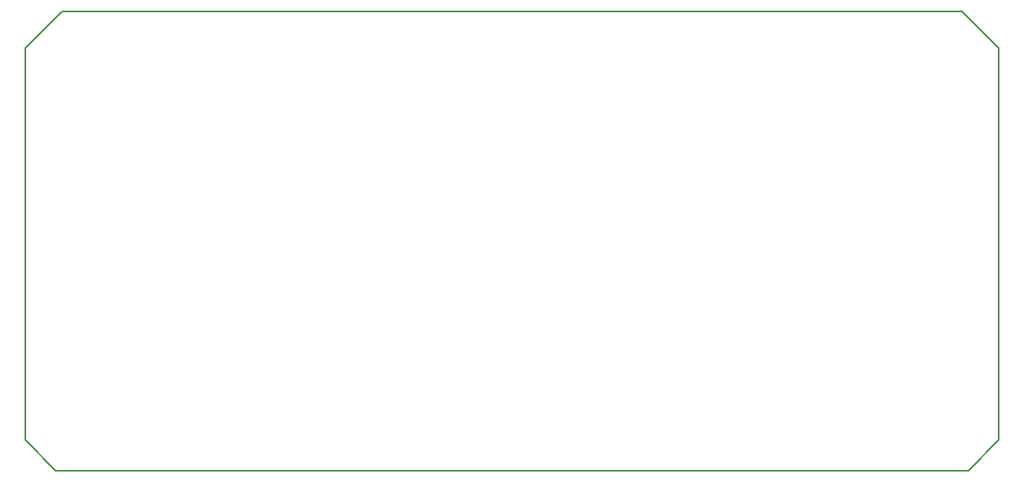
<source format=gbr>
%FSLAX46Y46*%
G04 Gerber Fmt 4.6, Leading zero omitted, Abs format (unit mm)*
G04 Created by KiCad (PCBNEW (2014-08-02 BZR 5044)-product) date 13.08.2014 13:27:26*
%MOMM*%
G01*
G04 APERTURE LIST*
%ADD10C,0.150000*%
G04 APERTURE END LIST*
D10*
X110490000Y-13335000D02*
X17145000Y-13335000D01*
X111125000Y-13970000D02*
X110490000Y-13335000D01*
X114300000Y-17145000D02*
X111125000Y-13970000D01*
X114300000Y-57785000D02*
X114300000Y-17145000D01*
X111125000Y-60960000D02*
X114300000Y-57785000D01*
X16510000Y-60960000D02*
X111125000Y-60960000D01*
X13335000Y-57785000D02*
X16510000Y-60960000D01*
X13335000Y-17145000D02*
X13335000Y-57785000D01*
X17145000Y-13335000D02*
X13335000Y-17145000D01*
M02*

</source>
